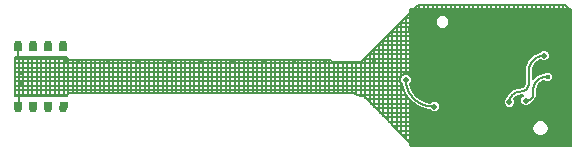
<source format=gbl>
G75*
%MOIN*%
%OFA0B0*%
%FSLAX25Y25*%
%IPPOS*%
%LPD*%
%AMOC8*
5,1,8,0,0,1.08239X$1,22.5*
%
%ADD10R,0.02992X0.02000*%
%ADD11C,0.03012*%
%ADD12C,0.01587*%
%ADD13C,0.00600*%
%ADD14C,0.00800*%
%ADD15C,0.02000*%
D10*
X0057391Y0069727D03*
X0062391Y0069727D03*
X0067391Y0069727D03*
X0072430Y0069727D03*
X0072391Y0088604D03*
X0067391Y0088604D03*
X0062391Y0088523D03*
X0057391Y0088604D03*
D11*
X0057384Y0068732D03*
X0062384Y0068732D03*
X0067384Y0068732D03*
X0072384Y0068732D03*
X0072384Y0089599D03*
X0067384Y0089599D03*
X0062384Y0089599D03*
X0057384Y0089599D03*
D12*
X0073250Y0084766D03*
X0077250Y0084166D03*
X0087250Y0084166D03*
X0096750Y0084166D03*
X0107750Y0084166D03*
X0118250Y0084166D03*
X0128750Y0084166D03*
X0139150Y0084166D03*
X0149250Y0084166D03*
X0159550Y0084166D03*
X0175750Y0084266D03*
X0188250Y0088266D03*
X0192250Y0092266D03*
X0187750Y0094766D03*
X0195750Y0088766D03*
X0203250Y0087566D03*
X0207250Y0092266D03*
X0215150Y0092466D03*
X0221250Y0092266D03*
X0230250Y0092266D03*
X0218850Y0087766D03*
X0212950Y0087666D03*
X0207250Y0079266D03*
X0198750Y0079266D03*
X0218250Y0078766D03*
X0223550Y0079266D03*
X0231250Y0075266D03*
X0233750Y0078966D03*
X0215250Y0068366D03*
X0207250Y0068266D03*
X0199750Y0070266D03*
X0222750Y0067266D03*
X0057750Y0076766D03*
X0057750Y0080266D03*
D13*
X0056250Y0080666D02*
X0226250Y0080666D01*
X0226250Y0080569D02*
X0188050Y0080569D01*
X0188050Y0081167D02*
X0226250Y0081167D01*
X0226250Y0081766D02*
X0188050Y0081766D01*
X0188050Y0082364D02*
X0226250Y0082364D01*
X0226250Y0082419D02*
X0226250Y0077166D01*
X0226192Y0076726D01*
X0225752Y0075963D01*
X0224990Y0075523D01*
X0224550Y0075466D01*
X0223595Y0075466D01*
X0221831Y0074735D01*
X0220481Y0073385D01*
X0220481Y0073385D01*
X0220481Y0073385D01*
X0221831Y0074735D01*
X0221831Y0074735D01*
X0221831Y0074735D01*
X0223595Y0075466D01*
X0224550Y0075466D01*
X0224990Y0075523D01*
X0225752Y0075963D01*
X0226192Y0076726D01*
X0226250Y0077166D01*
X0226250Y0082419D01*
X0227209Y0084734D01*
X0226250Y0082419D01*
X0226250Y0082166D02*
X0056250Y0082166D01*
X0056250Y0083666D02*
X0226766Y0083666D01*
X0226723Y0083561D02*
X0188050Y0083561D01*
X0188050Y0082963D02*
X0226475Y0082963D01*
X0226971Y0084160D02*
X0188050Y0084160D01*
X0188050Y0084758D02*
X0227233Y0084758D01*
X0227209Y0084734D02*
X0227209Y0084734D01*
X0227209Y0084734D01*
X0228981Y0086506D01*
X0231068Y0087371D01*
X0231763Y0088066D01*
X0233337Y0088066D01*
X0234450Y0086953D01*
X0234450Y0085379D01*
X0233337Y0084266D01*
X0231763Y0084266D01*
X0231408Y0084620D01*
X0230494Y0084242D01*
X0229474Y0083221D01*
X0228921Y0081887D01*
X0229474Y0083221D01*
X0230494Y0084242D01*
X0231408Y0084620D01*
X0231763Y0084266D01*
X0233337Y0084266D01*
X0234450Y0085379D01*
X0234450Y0086953D01*
X0233337Y0088066D01*
X0231763Y0088066D01*
X0231068Y0087371D01*
X0228981Y0086506D01*
X0227209Y0084734D01*
X0227050Y0084350D02*
X0227050Y0103166D01*
X0225550Y0103166D02*
X0225550Y0075847D01*
X0225436Y0075781D02*
X0188224Y0075781D01*
X0188099Y0076166D02*
X0225869Y0076166D01*
X0225992Y0076379D02*
X0188050Y0076379D01*
X0188050Y0076318D02*
X0188050Y0076979D01*
X0188450Y0077379D01*
X0188450Y0078953D01*
X0188050Y0079353D01*
X0188050Y0101666D01*
X0241550Y0101666D01*
X0241550Y0056166D01*
X0188088Y0056166D01*
X0188050Y0056195D01*
X0188050Y0071135D01*
X0188248Y0070863D01*
X0190862Y0068964D01*
X0193934Y0067966D01*
X0194563Y0067966D01*
X0195263Y0067266D01*
X0196837Y0067266D01*
X0197950Y0068379D01*
X0197950Y0069953D01*
X0196837Y0071066D01*
X0195263Y0071066D01*
X0194635Y0070438D01*
X0194330Y0070462D01*
X0192009Y0071216D01*
X0190035Y0072650D01*
X0188600Y0074624D01*
X0188050Y0076318D01*
X0188050Y0076979D01*
X0188050Y0076978D02*
X0226225Y0076978D01*
X0226250Y0077576D02*
X0188450Y0077576D01*
X0188450Y0077666D02*
X0226250Y0077666D01*
X0226250Y0078175D02*
X0188450Y0078175D01*
X0188450Y0078773D02*
X0226250Y0078773D01*
X0226250Y0079166D02*
X0188237Y0079166D01*
X0188050Y0079353D02*
X0188050Y0100666D01*
X0188050Y0100918D02*
X0241550Y0100918D01*
X0241550Y0101166D02*
X0241550Y0056166D01*
X0189050Y0056166D01*
X0172550Y0072666D01*
X0171460Y0072666D01*
X0171409Y0072714D01*
X0168811Y0073763D01*
X0168811Y0073763D01*
X0167432Y0073763D01*
X0074238Y0073763D01*
X0073535Y0073060D01*
X0073535Y0072666D01*
X0056250Y0072666D01*
X0056250Y0085666D01*
X0073535Y0085666D01*
X0073535Y0085452D01*
X0074238Y0084749D01*
X0161467Y0084749D01*
X0162050Y0084166D01*
X0171550Y0084166D01*
X0171550Y0072666D01*
X0171409Y0072714D02*
X0171409Y0072714D01*
X0170291Y0073166D02*
X0186575Y0073166D01*
X0186550Y0073200D02*
X0186550Y0058666D01*
X0187050Y0058166D02*
X0241550Y0058166D01*
X0241550Y0058424D02*
X0188050Y0058424D01*
X0188050Y0059022D02*
X0241550Y0059022D01*
X0241550Y0059621D02*
X0232772Y0059621D01*
X0232880Y0059666D02*
X0241550Y0059666D01*
X0241550Y0060219D02*
X0233447Y0060219D01*
X0233653Y0060426D02*
X0234060Y0061408D01*
X0234060Y0062471D01*
X0233653Y0063453D01*
X0232902Y0064204D01*
X0231920Y0064611D01*
X0230857Y0064611D01*
X0229875Y0064204D01*
X0229124Y0063453D01*
X0228717Y0062471D01*
X0228717Y0061408D01*
X0229124Y0060426D01*
X0229875Y0059675D01*
X0230857Y0059268D01*
X0231920Y0059268D01*
X0232902Y0059675D01*
X0233653Y0060426D01*
X0234060Y0061408D01*
X0234060Y0062471D01*
X0233653Y0063453D01*
X0232902Y0064204D01*
X0231920Y0064611D01*
X0230857Y0064611D01*
X0229875Y0064204D01*
X0229124Y0063453D01*
X0228717Y0062471D01*
X0228717Y0061408D01*
X0229124Y0060426D01*
X0229875Y0059675D01*
X0230857Y0059268D01*
X0231920Y0059268D01*
X0232902Y0059675D01*
X0233653Y0060426D01*
X0233816Y0060818D02*
X0241550Y0060818D01*
X0241550Y0061166D02*
X0233960Y0061166D01*
X0234060Y0061416D02*
X0241550Y0061416D01*
X0241550Y0062015D02*
X0234060Y0062015D01*
X0234001Y0062613D02*
X0241550Y0062613D01*
X0241550Y0062666D02*
X0233980Y0062666D01*
X0233753Y0063212D02*
X0241550Y0063212D01*
X0241550Y0063810D02*
X0233296Y0063810D01*
X0233050Y0064056D02*
X0233050Y0077272D01*
X0233048Y0077272D02*
X0234452Y0077272D01*
X0235444Y0078264D01*
X0235444Y0079667D01*
X0234452Y0080659D01*
X0233048Y0080659D01*
X0232655Y0080266D01*
X0231836Y0080266D01*
X0229961Y0079489D01*
X0228850Y0078378D01*
X0228850Y0081166D01*
X0228921Y0081887D01*
X0228850Y0081166D01*
X0228850Y0078378D01*
X0229961Y0079489D01*
X0229961Y0079489D01*
X0229961Y0079489D01*
X0231836Y0080266D01*
X0232655Y0080266D01*
X0233048Y0080659D01*
X0234452Y0080659D01*
X0235444Y0079667D01*
X0235444Y0078264D01*
X0234452Y0077272D01*
X0233048Y0077272D01*
X0232672Y0077648D01*
X0232362Y0077618D01*
X0231461Y0077244D01*
X0230771Y0076554D01*
X0230398Y0075653D01*
X0230771Y0076554D01*
X0231461Y0077244D01*
X0232362Y0077618D01*
X0232672Y0077648D01*
X0233048Y0077272D01*
X0232744Y0077576D02*
X0232263Y0077576D01*
X0231550Y0077281D02*
X0231550Y0064611D01*
X0232408Y0064409D02*
X0241550Y0064409D01*
X0241550Y0064166D02*
X0232941Y0064166D01*
X0230369Y0064409D02*
X0188050Y0064409D01*
X0188050Y0065008D02*
X0241550Y0065008D01*
X0241550Y0065606D02*
X0188050Y0065606D01*
X0188050Y0066205D02*
X0241550Y0066205D01*
X0241550Y0065666D02*
X0179550Y0065666D01*
X0179050Y0066166D02*
X0179050Y0091666D01*
X0178550Y0091166D02*
X0241550Y0091166D01*
X0241550Y0091342D02*
X0188050Y0091342D01*
X0188050Y0090743D02*
X0241550Y0090743D01*
X0241550Y0090145D02*
X0188050Y0090145D01*
X0188050Y0089546D02*
X0241550Y0089546D01*
X0241550Y0089666D02*
X0177050Y0089666D01*
X0177550Y0090166D02*
X0177550Y0067666D01*
X0178050Y0067166D02*
X0241550Y0067166D01*
X0241550Y0067402D02*
X0196973Y0067402D01*
X0197050Y0067479D02*
X0197050Y0056166D01*
X0195550Y0056166D02*
X0195550Y0067266D01*
X0195263Y0067266D02*
X0196837Y0067266D01*
X0197950Y0068379D01*
X0197950Y0069953D01*
X0196837Y0071066D01*
X0195263Y0071066D01*
X0194635Y0070438D01*
X0194330Y0070462D01*
X0192009Y0071216D01*
X0190035Y0072650D01*
X0188600Y0074624D01*
X0187888Y0076816D01*
X0188450Y0077379D01*
X0188450Y0078953D01*
X0187337Y0080066D01*
X0185763Y0080066D01*
X0184650Y0078953D01*
X0184650Y0077379D01*
X0185350Y0076679D01*
X0185350Y0076550D01*
X0186348Y0073477D01*
X0188248Y0070863D01*
X0188248Y0070863D01*
X0188248Y0070863D01*
X0190862Y0068964D01*
X0190862Y0068964D01*
X0193934Y0067966D01*
X0194563Y0067966D01*
X0195263Y0067266D01*
X0195127Y0067402D02*
X0188050Y0067402D01*
X0188050Y0068000D02*
X0193828Y0068000D01*
X0194050Y0067966D02*
X0194050Y0056166D01*
X0192550Y0056166D02*
X0192550Y0068415D01*
X0191986Y0068599D02*
X0188050Y0068599D01*
X0188050Y0069197D02*
X0190541Y0069197D01*
X0190862Y0068964D02*
X0190862Y0068964D01*
X0191050Y0068903D02*
X0191050Y0056166D01*
X0189550Y0056166D02*
X0189550Y0069917D01*
X0189717Y0069796D02*
X0188050Y0069796D01*
X0188050Y0070394D02*
X0188893Y0070394D01*
X0189208Y0070166D02*
X0175050Y0070166D01*
X0174550Y0070666D02*
X0174550Y0087166D01*
X0174050Y0086666D02*
X0229366Y0086666D01*
X0229096Y0086554D02*
X0188050Y0086554D01*
X0188050Y0087152D02*
X0230541Y0087152D01*
X0230050Y0086949D02*
X0230050Y0103166D01*
X0228550Y0103166D02*
X0228550Y0086075D01*
X0228430Y0085955D02*
X0188050Y0085955D01*
X0188050Y0085357D02*
X0227832Y0085357D01*
X0227640Y0085166D02*
X0172550Y0085166D01*
X0173050Y0085666D02*
X0173050Y0072166D01*
X0173550Y0071666D02*
X0187665Y0071666D01*
X0188050Y0071135D02*
X0188050Y0057166D01*
X0188050Y0057227D02*
X0241550Y0057227D01*
X0241550Y0056666D02*
X0188550Y0056666D01*
X0188050Y0056628D02*
X0241550Y0056628D01*
X0240550Y0056166D02*
X0240550Y0102166D01*
X0241050Y0101666D02*
X0189050Y0101666D01*
X0189550Y0102166D02*
X0189550Y0073317D01*
X0189499Y0073387D02*
X0220483Y0073387D01*
X0220481Y0073385D02*
X0220056Y0072358D01*
X0219150Y0071453D01*
X0219150Y0069879D01*
X0220263Y0068766D01*
X0221837Y0068766D01*
X0222950Y0069879D01*
X0222950Y0071453D01*
X0222660Y0071742D01*
X0222721Y0071888D01*
X0223328Y0072495D01*
X0224121Y0072823D01*
X0224550Y0072866D01*
X0225563Y0072866D01*
X0224650Y0071953D01*
X0224650Y0070379D01*
X0225763Y0069266D01*
X0227337Y0069266D01*
X0228441Y0070369D01*
X0229332Y0070884D01*
X0230350Y0072647D01*
X0230350Y0075166D01*
X0230398Y0075653D01*
X0230350Y0075166D01*
X0230350Y0072647D01*
X0229332Y0070884D01*
X0229332Y0070884D01*
X0229332Y0070884D01*
X0229332Y0070884D01*
X0229332Y0070884D01*
X0228441Y0070369D01*
X0227337Y0069266D01*
X0225763Y0069266D01*
X0224650Y0070379D01*
X0224650Y0071953D01*
X0225563Y0072866D01*
X0224550Y0072866D01*
X0224121Y0072823D01*
X0223328Y0072495D01*
X0222721Y0071888D01*
X0222660Y0071742D01*
X0222950Y0071453D01*
X0222950Y0069879D01*
X0221837Y0068766D01*
X0220263Y0068766D01*
X0219150Y0069879D01*
X0219150Y0071453D01*
X0220056Y0072358D01*
X0220481Y0073385D01*
X0220390Y0073166D02*
X0189660Y0073166D01*
X0189934Y0072788D02*
X0220234Y0072788D01*
X0219887Y0072190D02*
X0190668Y0072190D01*
X0191050Y0071912D02*
X0191050Y0103166D01*
X0190550Y0103166D02*
X0239550Y0103166D01*
X0241550Y0101166D01*
X0241550Y0101517D02*
X0188050Y0101517D01*
X0188050Y0100320D02*
X0241550Y0100320D01*
X0241550Y0100166D02*
X0187550Y0100166D01*
X0188050Y0099721D02*
X0241550Y0099721D01*
X0241550Y0099123D02*
X0200183Y0099123D01*
X0200050Y0099256D02*
X0200050Y0103166D01*
X0198550Y0103166D02*
X0198550Y0099651D01*
X0197768Y0099651D02*
X0196433Y0098316D01*
X0196433Y0096429D01*
X0197768Y0095095D01*
X0199655Y0095095D01*
X0200989Y0096429D01*
X0200989Y0098316D01*
X0199655Y0099651D01*
X0197768Y0099651D01*
X0196433Y0098316D01*
X0196433Y0096429D01*
X0197768Y0095095D01*
X0199655Y0095095D01*
X0200989Y0096429D01*
X0200989Y0098316D01*
X0199655Y0099651D01*
X0197768Y0099651D01*
X0197240Y0099123D02*
X0188050Y0099123D01*
X0188050Y0098524D02*
X0196641Y0098524D01*
X0196783Y0098666D02*
X0186050Y0098666D01*
X0186550Y0099166D02*
X0186550Y0080066D01*
X0188050Y0079970D02*
X0226250Y0079970D01*
X0226250Y0079372D02*
X0188050Y0079372D01*
X0185050Y0079353D02*
X0185050Y0097666D01*
X0184550Y0097166D02*
X0196433Y0097166D01*
X0196433Y0097327D02*
X0188050Y0097327D01*
X0188050Y0096729D02*
X0196433Y0096729D01*
X0196732Y0096130D02*
X0188050Y0096130D01*
X0188050Y0095532D02*
X0197331Y0095532D01*
X0197197Y0095666D02*
X0183050Y0095666D01*
X0183550Y0096166D02*
X0183550Y0061666D01*
X0184050Y0061166D02*
X0228817Y0061166D01*
X0228717Y0061416D02*
X0188050Y0061416D01*
X0188050Y0060818D02*
X0228961Y0060818D01*
X0229330Y0060219D02*
X0188050Y0060219D01*
X0188050Y0059621D02*
X0230005Y0059621D01*
X0230050Y0059602D02*
X0230050Y0056166D01*
X0228550Y0056166D02*
X0228550Y0070432D01*
X0228484Y0070394D02*
X0241550Y0070394D01*
X0241550Y0070166D02*
X0228237Y0070166D01*
X0227867Y0069796D02*
X0241550Y0069796D01*
X0241550Y0069197D02*
X0222269Y0069197D01*
X0222550Y0069479D02*
X0222550Y0056166D01*
X0224050Y0056166D02*
X0224050Y0072794D01*
X0224036Y0072788D02*
X0225486Y0072788D01*
X0225550Y0072853D02*
X0225550Y0072866D01*
X0224887Y0072190D02*
X0223023Y0072190D01*
X0222737Y0071666D02*
X0224650Y0071666D01*
X0224650Y0071591D02*
X0222811Y0071591D01*
X0222950Y0070993D02*
X0224650Y0070993D01*
X0224650Y0070394D02*
X0222950Y0070394D01*
X0222950Y0070166D02*
X0224863Y0070166D01*
X0225233Y0069796D02*
X0222867Y0069796D01*
X0221050Y0068766D02*
X0221050Y0056166D01*
X0219550Y0056166D02*
X0219550Y0069479D01*
X0219831Y0069197D02*
X0197950Y0069197D01*
X0197950Y0068666D02*
X0241550Y0068666D01*
X0241550Y0068599D02*
X0197950Y0068599D01*
X0197571Y0068000D02*
X0241550Y0068000D01*
X0241550Y0066803D02*
X0188050Y0066803D01*
X0191780Y0068666D02*
X0176550Y0068666D01*
X0176050Y0069166D02*
X0176050Y0088666D01*
X0175550Y0088166D02*
X0241550Y0088166D01*
X0241550Y0088349D02*
X0188050Y0088349D01*
X0188050Y0087751D02*
X0231448Y0087751D01*
X0231550Y0087853D02*
X0231550Y0103166D01*
X0233050Y0103166D02*
X0233050Y0088066D01*
X0233652Y0087751D02*
X0241550Y0087751D01*
X0241550Y0087152D02*
X0234250Y0087152D01*
X0234450Y0086666D02*
X0241550Y0086666D01*
X0241550Y0086554D02*
X0234450Y0086554D01*
X0234450Y0085955D02*
X0241550Y0085955D01*
X0241550Y0085357D02*
X0234428Y0085357D01*
X0234237Y0085166D02*
X0241550Y0085166D01*
X0241550Y0084758D02*
X0233830Y0084758D01*
X0233050Y0084266D02*
X0233050Y0080659D01*
X0232958Y0080569D02*
X0228850Y0080569D01*
X0228850Y0080666D02*
X0241550Y0080666D01*
X0241550Y0080569D02*
X0234542Y0080569D01*
X0234550Y0080561D02*
X0234550Y0103166D01*
X0236050Y0103166D02*
X0236050Y0056166D01*
X0234550Y0056166D02*
X0234550Y0077370D01*
X0234756Y0077576D02*
X0241550Y0077576D01*
X0241550Y0077666D02*
X0234845Y0077666D01*
X0235354Y0078175D02*
X0241550Y0078175D01*
X0241550Y0078773D02*
X0235444Y0078773D01*
X0235444Y0079166D02*
X0241550Y0079166D01*
X0241550Y0079372D02*
X0235444Y0079372D01*
X0235141Y0079970D02*
X0241550Y0079970D01*
X0241550Y0081167D02*
X0228850Y0081167D01*
X0228909Y0081766D02*
X0241550Y0081766D01*
X0241550Y0082166D02*
X0229036Y0082166D01*
X0229119Y0082364D02*
X0241550Y0082364D01*
X0241550Y0082963D02*
X0229367Y0082963D01*
X0229814Y0083561D02*
X0241550Y0083561D01*
X0241550Y0083666D02*
X0229918Y0083666D01*
X0230050Y0083798D02*
X0230050Y0079526D01*
X0229844Y0079372D02*
X0228850Y0079372D01*
X0228850Y0079166D02*
X0229638Y0079166D01*
X0229245Y0078773D02*
X0228850Y0078773D01*
X0228850Y0079970D02*
X0231123Y0079970D01*
X0231550Y0080147D02*
X0231550Y0084479D01*
X0230412Y0084160D02*
X0241550Y0084160D01*
X0241550Y0088948D02*
X0188050Y0088948D01*
X0188050Y0091941D02*
X0241550Y0091941D01*
X0241550Y0092539D02*
X0188050Y0092539D01*
X0188050Y0093138D02*
X0241550Y0093138D01*
X0241550Y0092666D02*
X0180050Y0092666D01*
X0180550Y0093166D02*
X0180550Y0064666D01*
X0181050Y0064166D02*
X0229836Y0064166D01*
X0230050Y0064277D02*
X0230050Y0072128D01*
X0230086Y0072190D02*
X0241550Y0072190D01*
X0241550Y0071666D02*
X0229783Y0071666D01*
X0229740Y0071591D02*
X0241550Y0071591D01*
X0241550Y0070993D02*
X0229395Y0070993D01*
X0227050Y0069266D02*
X0227050Y0056166D01*
X0225550Y0056166D02*
X0225550Y0069479D01*
X0219233Y0069796D02*
X0197950Y0069796D01*
X0197737Y0070166D02*
X0219150Y0070166D01*
X0219150Y0070394D02*
X0197508Y0070394D01*
X0197050Y0070853D02*
X0197050Y0095813D01*
X0198550Y0095095D02*
X0198550Y0056166D01*
X0200050Y0056166D02*
X0200050Y0095490D01*
X0200092Y0095532D02*
X0241550Y0095532D01*
X0241550Y0095666D02*
X0200226Y0095666D01*
X0200690Y0096130D02*
X0241550Y0096130D01*
X0241550Y0096729D02*
X0200989Y0096729D01*
X0200989Y0097166D02*
X0241550Y0097166D01*
X0241550Y0097327D02*
X0200989Y0097327D01*
X0200989Y0097926D02*
X0241550Y0097926D01*
X0241550Y0098524D02*
X0200781Y0098524D01*
X0200640Y0098666D02*
X0241550Y0098666D01*
X0241550Y0094933D02*
X0188050Y0094933D01*
X0188050Y0094335D02*
X0241550Y0094335D01*
X0241550Y0094166D02*
X0181550Y0094166D01*
X0182050Y0094666D02*
X0182050Y0063166D01*
X0182550Y0062666D02*
X0228798Y0062666D01*
X0228776Y0062613D02*
X0188050Y0062613D01*
X0188050Y0062015D02*
X0228717Y0062015D01*
X0229024Y0063212D02*
X0188050Y0063212D01*
X0188050Y0063810D02*
X0229481Y0063810D01*
X0229897Y0059666D02*
X0185550Y0059666D01*
X0185050Y0060166D02*
X0185050Y0076979D01*
X0184650Y0077666D02*
X0056250Y0077666D01*
X0056250Y0079166D02*
X0184863Y0079166D01*
X0185475Y0076166D02*
X0056250Y0076166D01*
X0056250Y0074666D02*
X0185962Y0074666D01*
X0186348Y0073477D02*
X0186348Y0073477D01*
X0188587Y0074666D02*
X0221762Y0074666D01*
X0221680Y0074584D02*
X0188630Y0074584D01*
X0188419Y0075182D02*
X0222911Y0075182D01*
X0222550Y0075033D02*
X0222550Y0103166D01*
X0224050Y0103166D02*
X0224050Y0075466D01*
X0221081Y0073985D02*
X0189065Y0073985D01*
X0191390Y0071666D02*
X0219363Y0071666D01*
X0219289Y0071591D02*
X0191492Y0071591D01*
X0192550Y0071040D02*
X0192550Y0103166D01*
X0194050Y0103166D02*
X0194050Y0070552D01*
X0195190Y0070993D02*
X0192695Y0070993D01*
X0195550Y0071066D02*
X0195550Y0103166D01*
X0197050Y0103166D02*
X0197050Y0098933D01*
X0196433Y0097926D02*
X0188050Y0097926D01*
X0188050Y0093736D02*
X0241550Y0093736D01*
X0228981Y0086506D02*
X0228981Y0086506D01*
X0231195Y0076978D02*
X0241550Y0076978D01*
X0241550Y0076379D02*
X0230699Y0076379D01*
X0230610Y0076166D02*
X0241550Y0076166D01*
X0241550Y0075781D02*
X0230451Y0075781D01*
X0230352Y0075182D02*
X0241550Y0075182D01*
X0241550Y0074666D02*
X0230350Y0074666D01*
X0230350Y0074584D02*
X0241550Y0074584D01*
X0241550Y0073985D02*
X0230350Y0073985D01*
X0230350Y0073387D02*
X0241550Y0073387D01*
X0241550Y0073166D02*
X0230350Y0073166D01*
X0230350Y0072788D02*
X0241550Y0072788D01*
X0221050Y0073954D02*
X0221050Y0103166D01*
X0219550Y0103166D02*
X0219550Y0071853D01*
X0219150Y0070993D02*
X0196910Y0070993D01*
X0196050Y0069166D02*
X0195550Y0069166D01*
X0188248Y0070863D02*
X0188248Y0070863D01*
X0188154Y0070993D02*
X0188050Y0070993D01*
X0186550Y0078166D02*
X0186553Y0077949D01*
X0186561Y0077731D01*
X0186574Y0077514D01*
X0186592Y0077297D01*
X0186616Y0077081D01*
X0186644Y0076866D01*
X0186678Y0076651D01*
X0186718Y0076437D01*
X0186762Y0076224D01*
X0186812Y0076012D01*
X0186866Y0075802D01*
X0186926Y0075592D01*
X0186990Y0075385D01*
X0187060Y0075179D01*
X0187135Y0074975D01*
X0187214Y0074772D01*
X0187299Y0074572D01*
X0187388Y0074373D01*
X0187482Y0074177D01*
X0187581Y0073983D01*
X0187684Y0073792D01*
X0187792Y0073603D01*
X0187905Y0073417D01*
X0188022Y0073234D01*
X0188143Y0073053D01*
X0188269Y0072876D01*
X0188399Y0072702D01*
X0188533Y0072530D01*
X0188671Y0072362D01*
X0188813Y0072198D01*
X0188960Y0072037D01*
X0189110Y0071879D01*
X0189263Y0071726D01*
X0189421Y0071576D01*
X0189582Y0071429D01*
X0189746Y0071287D01*
X0189914Y0071149D01*
X0190086Y0071015D01*
X0190260Y0070885D01*
X0190437Y0070759D01*
X0190618Y0070638D01*
X0190801Y0070521D01*
X0190987Y0070408D01*
X0191176Y0070300D01*
X0191367Y0070197D01*
X0191561Y0070098D01*
X0191757Y0070004D01*
X0191956Y0069915D01*
X0192156Y0069830D01*
X0192359Y0069751D01*
X0192563Y0069676D01*
X0192769Y0069606D01*
X0192976Y0069542D01*
X0193186Y0069482D01*
X0193396Y0069428D01*
X0193608Y0069378D01*
X0193821Y0069334D01*
X0194035Y0069294D01*
X0194250Y0069260D01*
X0194465Y0069232D01*
X0194681Y0069208D01*
X0194898Y0069190D01*
X0195115Y0069177D01*
X0195333Y0069169D01*
X0195550Y0069166D01*
X0170050Y0073263D02*
X0170050Y0084166D01*
X0168550Y0084166D02*
X0168550Y0073763D01*
X0167050Y0073763D02*
X0167050Y0084166D01*
X0165550Y0084166D02*
X0165550Y0073763D01*
X0164050Y0073763D02*
X0164050Y0084166D01*
X0162550Y0084166D02*
X0162550Y0073763D01*
X0161050Y0073763D02*
X0161050Y0084749D01*
X0159550Y0084749D02*
X0159550Y0073763D01*
X0158050Y0073763D02*
X0158050Y0084749D01*
X0156550Y0084749D02*
X0156550Y0073763D01*
X0155050Y0073763D02*
X0155050Y0084749D01*
X0153550Y0084749D02*
X0153550Y0073763D01*
X0152050Y0073763D02*
X0152050Y0084749D01*
X0150550Y0084749D02*
X0150550Y0073763D01*
X0149050Y0073763D02*
X0149050Y0084749D01*
X0147550Y0084749D02*
X0147550Y0073763D01*
X0146050Y0073763D02*
X0146050Y0084749D01*
X0144550Y0084749D02*
X0144550Y0073763D01*
X0143050Y0073763D02*
X0143050Y0084749D01*
X0141550Y0084749D02*
X0141550Y0073763D01*
X0140050Y0073763D02*
X0140050Y0084749D01*
X0138550Y0084749D02*
X0138550Y0073763D01*
X0137050Y0073763D02*
X0137050Y0084749D01*
X0135550Y0084749D02*
X0135550Y0073763D01*
X0134050Y0073763D02*
X0134050Y0084749D01*
X0132550Y0084749D02*
X0132550Y0073763D01*
X0131050Y0073763D02*
X0131050Y0084749D01*
X0129550Y0084749D02*
X0129550Y0073763D01*
X0128050Y0073763D02*
X0128050Y0084749D01*
X0126550Y0084749D02*
X0126550Y0073763D01*
X0125050Y0073763D02*
X0125050Y0084749D01*
X0123550Y0084749D02*
X0123550Y0073763D01*
X0122050Y0073763D02*
X0122050Y0084749D01*
X0120550Y0084749D02*
X0120550Y0073763D01*
X0119050Y0073763D02*
X0119050Y0084749D01*
X0117550Y0084749D02*
X0117550Y0073763D01*
X0116050Y0073763D02*
X0116050Y0084749D01*
X0114550Y0084749D02*
X0114550Y0073763D01*
X0113050Y0073763D02*
X0113050Y0084749D01*
X0111550Y0084749D02*
X0111550Y0073763D01*
X0110050Y0073763D02*
X0110050Y0084749D01*
X0108550Y0084749D02*
X0108550Y0073763D01*
X0107050Y0073763D02*
X0107050Y0084749D01*
X0105550Y0084749D02*
X0105550Y0073763D01*
X0104050Y0073763D02*
X0104050Y0084749D01*
X0102550Y0084749D02*
X0102550Y0073763D01*
X0101050Y0073763D02*
X0101050Y0084749D01*
X0099550Y0084749D02*
X0099550Y0073763D01*
X0098050Y0073763D02*
X0098050Y0084749D01*
X0096550Y0084749D02*
X0096550Y0073763D01*
X0095050Y0073763D02*
X0095050Y0084749D01*
X0093550Y0084749D02*
X0093550Y0073763D01*
X0092050Y0073763D02*
X0092050Y0084749D01*
X0090550Y0084749D02*
X0090550Y0073763D01*
X0089050Y0073763D02*
X0089050Y0084749D01*
X0087550Y0084749D02*
X0087550Y0073763D01*
X0086050Y0073763D02*
X0086050Y0084749D01*
X0084550Y0084749D02*
X0084550Y0073763D01*
X0083050Y0073763D02*
X0083050Y0084749D01*
X0081550Y0084749D02*
X0081550Y0073763D01*
X0080050Y0073763D02*
X0080050Y0084749D01*
X0078550Y0084749D02*
X0078550Y0073763D01*
X0077050Y0073763D02*
X0077050Y0084749D01*
X0075550Y0084749D02*
X0075550Y0073763D01*
X0074050Y0073575D02*
X0074050Y0084937D01*
X0073821Y0085166D02*
X0056250Y0085166D01*
X0057550Y0085666D02*
X0057550Y0072666D01*
X0057476Y0073191D02*
X0057476Y0070321D01*
X0059050Y0072666D02*
X0059050Y0085666D01*
X0060550Y0085666D02*
X0060550Y0072666D01*
X0062050Y0072666D02*
X0062050Y0085666D01*
X0063550Y0085666D02*
X0063550Y0072666D01*
X0065050Y0072666D02*
X0065050Y0085666D01*
X0066550Y0085666D02*
X0066550Y0072666D01*
X0068050Y0072666D02*
X0068050Y0085666D01*
X0069550Y0085666D02*
X0069550Y0072666D01*
X0071050Y0072666D02*
X0071050Y0085666D01*
X0072550Y0085666D02*
X0072550Y0072666D01*
X0073640Y0073166D02*
X0056250Y0073166D01*
X0171550Y0084166D02*
X0190550Y0103166D01*
X0201550Y0103166D02*
X0201550Y0056166D01*
X0203050Y0056166D02*
X0203050Y0103166D01*
X0204550Y0103166D02*
X0204550Y0056166D01*
X0206050Y0056166D02*
X0206050Y0103166D01*
X0207550Y0103166D02*
X0207550Y0056166D01*
X0209050Y0056166D02*
X0209050Y0103166D01*
X0210550Y0103166D02*
X0210550Y0056166D01*
X0212050Y0056166D02*
X0212050Y0103166D01*
X0213550Y0103166D02*
X0213550Y0056166D01*
X0215050Y0056166D02*
X0215050Y0103166D01*
X0216550Y0103166D02*
X0216550Y0056166D01*
X0218050Y0056166D02*
X0218050Y0103166D01*
X0237550Y0103166D02*
X0237550Y0056166D01*
X0239050Y0056166D02*
X0239050Y0103166D01*
X0233050Y0059823D02*
X0233050Y0056166D01*
X0231550Y0056166D02*
X0231550Y0059268D01*
X0241550Y0057825D02*
X0188050Y0057825D01*
D14*
X0221050Y0070666D02*
X0221052Y0070783D01*
X0221058Y0070900D01*
X0221068Y0071016D01*
X0221081Y0071133D01*
X0221099Y0071248D01*
X0221120Y0071363D01*
X0221145Y0071477D01*
X0221174Y0071591D01*
X0221207Y0071703D01*
X0221244Y0071814D01*
X0221284Y0071924D01*
X0221328Y0072032D01*
X0221375Y0072139D01*
X0221426Y0072245D01*
X0221481Y0072348D01*
X0221539Y0072450D01*
X0221600Y0072549D01*
X0221664Y0072647D01*
X0221732Y0072742D01*
X0221803Y0072835D01*
X0221877Y0072926D01*
X0221954Y0073014D01*
X0222034Y0073099D01*
X0222117Y0073182D01*
X0222202Y0073262D01*
X0222290Y0073339D01*
X0222381Y0073413D01*
X0222474Y0073484D01*
X0222569Y0073552D01*
X0222667Y0073616D01*
X0222766Y0073677D01*
X0222868Y0073735D01*
X0222971Y0073790D01*
X0223077Y0073841D01*
X0223184Y0073888D01*
X0223292Y0073932D01*
X0223402Y0073972D01*
X0223513Y0074009D01*
X0223625Y0074042D01*
X0223739Y0074071D01*
X0223853Y0074096D01*
X0223968Y0074117D01*
X0224083Y0074135D01*
X0224200Y0074148D01*
X0224316Y0074158D01*
X0224433Y0074164D01*
X0224550Y0074166D01*
X0226550Y0071166D02*
X0226648Y0071168D01*
X0226746Y0071174D01*
X0226844Y0071183D01*
X0226941Y0071197D01*
X0227038Y0071214D01*
X0227134Y0071235D01*
X0227229Y0071260D01*
X0227323Y0071288D01*
X0227415Y0071321D01*
X0227507Y0071356D01*
X0227597Y0071396D01*
X0227685Y0071438D01*
X0227772Y0071485D01*
X0227856Y0071534D01*
X0227939Y0071587D01*
X0228019Y0071643D01*
X0228098Y0071703D01*
X0228174Y0071765D01*
X0228247Y0071830D01*
X0228318Y0071898D01*
X0228386Y0071969D01*
X0228451Y0072042D01*
X0228513Y0072118D01*
X0228573Y0072197D01*
X0228629Y0072277D01*
X0228682Y0072360D01*
X0228731Y0072444D01*
X0228778Y0072531D01*
X0228820Y0072619D01*
X0228860Y0072709D01*
X0228895Y0072801D01*
X0228928Y0072893D01*
X0228956Y0072987D01*
X0228981Y0073082D01*
X0229002Y0073178D01*
X0229019Y0073275D01*
X0229033Y0073372D01*
X0229042Y0073470D01*
X0229048Y0073568D01*
X0229050Y0073666D01*
X0229050Y0075166D01*
X0227550Y0077166D02*
X0227550Y0081166D01*
X0227552Y0081306D01*
X0227558Y0081446D01*
X0227568Y0081586D01*
X0227581Y0081726D01*
X0227599Y0081865D01*
X0227621Y0082004D01*
X0227646Y0082141D01*
X0227675Y0082279D01*
X0227708Y0082415D01*
X0227745Y0082550D01*
X0227786Y0082684D01*
X0227831Y0082817D01*
X0227879Y0082949D01*
X0227931Y0083079D01*
X0227986Y0083208D01*
X0228045Y0083335D01*
X0228108Y0083461D01*
X0228174Y0083585D01*
X0228243Y0083706D01*
X0228316Y0083826D01*
X0228393Y0083944D01*
X0228472Y0084059D01*
X0228555Y0084173D01*
X0228641Y0084283D01*
X0228730Y0084392D01*
X0228822Y0084498D01*
X0228917Y0084601D01*
X0229014Y0084702D01*
X0229115Y0084799D01*
X0229218Y0084894D01*
X0229324Y0084986D01*
X0229433Y0085075D01*
X0229543Y0085161D01*
X0229657Y0085244D01*
X0229772Y0085323D01*
X0229890Y0085400D01*
X0230010Y0085473D01*
X0230131Y0085542D01*
X0230255Y0085608D01*
X0230381Y0085671D01*
X0230508Y0085730D01*
X0230637Y0085785D01*
X0230767Y0085837D01*
X0230899Y0085885D01*
X0231032Y0085930D01*
X0231166Y0085971D01*
X0231301Y0086008D01*
X0231437Y0086041D01*
X0231575Y0086070D01*
X0231712Y0086095D01*
X0231851Y0086117D01*
X0231990Y0086135D01*
X0232130Y0086148D01*
X0232270Y0086158D01*
X0232410Y0086164D01*
X0232550Y0086166D01*
X0232850Y0078966D02*
X0233750Y0078966D01*
X0232850Y0078966D02*
X0232728Y0078964D01*
X0232607Y0078958D01*
X0232485Y0078948D01*
X0232364Y0078935D01*
X0232244Y0078917D01*
X0232124Y0078896D01*
X0232004Y0078871D01*
X0231886Y0078842D01*
X0231769Y0078809D01*
X0231653Y0078772D01*
X0231538Y0078732D01*
X0231424Y0078688D01*
X0231312Y0078641D01*
X0231201Y0078590D01*
X0231092Y0078535D01*
X0230985Y0078477D01*
X0230880Y0078416D01*
X0230777Y0078351D01*
X0230676Y0078283D01*
X0230577Y0078211D01*
X0230481Y0078137D01*
X0230387Y0078059D01*
X0230295Y0077979D01*
X0230206Y0077896D01*
X0230120Y0077810D01*
X0230037Y0077721D01*
X0229957Y0077629D01*
X0229879Y0077535D01*
X0229805Y0077439D01*
X0229733Y0077340D01*
X0229665Y0077239D01*
X0229600Y0077136D01*
X0229539Y0077031D01*
X0229481Y0076924D01*
X0229426Y0076815D01*
X0229375Y0076704D01*
X0229328Y0076592D01*
X0229284Y0076478D01*
X0229244Y0076363D01*
X0229207Y0076247D01*
X0229174Y0076130D01*
X0229145Y0076012D01*
X0229120Y0075892D01*
X0229099Y0075772D01*
X0229081Y0075652D01*
X0229068Y0075531D01*
X0229058Y0075409D01*
X0229052Y0075288D01*
X0229050Y0075166D01*
X0227550Y0077166D02*
X0227548Y0077059D01*
X0227542Y0076952D01*
X0227533Y0076845D01*
X0227519Y0076739D01*
X0227502Y0076633D01*
X0227481Y0076528D01*
X0227457Y0076424D01*
X0227428Y0076321D01*
X0227396Y0076219D01*
X0227361Y0076118D01*
X0227322Y0076018D01*
X0227279Y0075920D01*
X0227233Y0075823D01*
X0227183Y0075728D01*
X0227130Y0075635D01*
X0227074Y0075544D01*
X0227014Y0075455D01*
X0226952Y0075368D01*
X0226886Y0075284D01*
X0226817Y0075201D01*
X0226746Y0075122D01*
X0226671Y0075045D01*
X0226594Y0074970D01*
X0226515Y0074899D01*
X0226432Y0074830D01*
X0226348Y0074764D01*
X0226261Y0074702D01*
X0226172Y0074642D01*
X0226081Y0074586D01*
X0225988Y0074533D01*
X0225893Y0074483D01*
X0225796Y0074437D01*
X0225698Y0074394D01*
X0225598Y0074355D01*
X0225497Y0074320D01*
X0225395Y0074288D01*
X0225292Y0074259D01*
X0225188Y0074235D01*
X0225083Y0074214D01*
X0224977Y0074197D01*
X0224871Y0074183D01*
X0224764Y0074174D01*
X0224657Y0074168D01*
X0224550Y0074166D01*
X0072430Y0069727D02*
X0072395Y0069691D01*
X0072364Y0069651D01*
X0072336Y0069610D01*
X0072311Y0069567D01*
X0072289Y0069521D01*
X0072271Y0069475D01*
X0072256Y0069427D01*
X0072245Y0069378D01*
X0072237Y0069328D01*
X0072233Y0069278D01*
X0072233Y0069228D01*
X0072237Y0069178D01*
X0072245Y0069128D01*
X0072256Y0069079D01*
X0072271Y0069031D01*
X0072289Y0068985D01*
X0072311Y0068939D01*
X0072336Y0068896D01*
X0072364Y0068855D01*
X0072395Y0068815D01*
X0072430Y0068779D01*
X0072430Y0068778D02*
X0072430Y0069727D01*
X0067391Y0069727D02*
X0067357Y0069691D01*
X0067325Y0069652D01*
X0067297Y0069611D01*
X0067272Y0069568D01*
X0067249Y0069523D01*
X0067230Y0069477D01*
X0067214Y0069430D01*
X0067202Y0069382D01*
X0067193Y0069332D01*
X0067188Y0069283D01*
X0067186Y0069233D01*
X0067188Y0069183D01*
X0067193Y0069134D01*
X0067202Y0069084D01*
X0067214Y0069036D01*
X0067230Y0068989D01*
X0067249Y0068943D01*
X0067272Y0068898D01*
X0067297Y0068855D01*
X0067325Y0068814D01*
X0067357Y0068775D01*
X0067391Y0068739D01*
X0067391Y0069727D01*
X0062391Y0069727D02*
X0062357Y0069691D01*
X0062325Y0069652D01*
X0062297Y0069611D01*
X0062272Y0069568D01*
X0062249Y0069523D01*
X0062230Y0069477D01*
X0062214Y0069430D01*
X0062202Y0069382D01*
X0062193Y0069332D01*
X0062188Y0069283D01*
X0062186Y0069233D01*
X0062188Y0069183D01*
X0062193Y0069134D01*
X0062202Y0069084D01*
X0062214Y0069036D01*
X0062230Y0068989D01*
X0062249Y0068943D01*
X0062272Y0068898D01*
X0062297Y0068855D01*
X0062325Y0068814D01*
X0062357Y0068775D01*
X0062391Y0068739D01*
X0062391Y0069727D01*
X0057391Y0069727D02*
X0057357Y0069691D01*
X0057325Y0069652D01*
X0057297Y0069611D01*
X0057272Y0069568D01*
X0057249Y0069523D01*
X0057230Y0069477D01*
X0057214Y0069430D01*
X0057202Y0069382D01*
X0057193Y0069332D01*
X0057188Y0069283D01*
X0057186Y0069233D01*
X0057188Y0069183D01*
X0057193Y0069134D01*
X0057202Y0069084D01*
X0057214Y0069036D01*
X0057230Y0068989D01*
X0057249Y0068943D01*
X0057272Y0068898D01*
X0057297Y0068855D01*
X0057325Y0068814D01*
X0057357Y0068775D01*
X0057391Y0068739D01*
X0057391Y0069727D01*
X0057391Y0085325D02*
X0057391Y0088604D01*
X0057384Y0085331D01*
X0057385Y0085331D02*
X0057386Y0085328D01*
X0057388Y0085326D01*
X0057391Y0085325D01*
X0057393Y0085302D01*
X0057397Y0085280D01*
X0057405Y0085259D01*
X0057416Y0085239D01*
X0057430Y0085221D01*
X0057446Y0085205D01*
X0057464Y0085191D01*
X0057484Y0085180D01*
X0057505Y0085172D01*
X0057527Y0085168D01*
X0057550Y0085166D01*
X0062384Y0087930D02*
X0062391Y0088523D01*
X0062391Y0088524D02*
X0062417Y0088495D01*
X0062440Y0088464D01*
X0062460Y0088430D01*
X0062477Y0088396D01*
X0062491Y0088359D01*
X0062501Y0088322D01*
X0062508Y0088284D01*
X0062511Y0088245D01*
X0062510Y0088206D01*
X0062506Y0088168D01*
X0062499Y0088130D01*
X0062488Y0088092D01*
X0062473Y0088056D01*
X0062456Y0088022D01*
X0062435Y0087989D01*
X0062411Y0087958D01*
X0062385Y0087930D01*
X0067385Y0088010D02*
X0067411Y0088038D01*
X0067435Y0088069D01*
X0067456Y0088102D01*
X0067473Y0088136D01*
X0067488Y0088172D01*
X0067499Y0088210D01*
X0067506Y0088248D01*
X0067510Y0088286D01*
X0067511Y0088325D01*
X0067508Y0088364D01*
X0067501Y0088402D01*
X0067491Y0088439D01*
X0067477Y0088476D01*
X0067460Y0088510D01*
X0067440Y0088544D01*
X0067417Y0088575D01*
X0067391Y0088604D01*
X0067384Y0088010D01*
X0072385Y0088010D02*
X0072411Y0088038D01*
X0072435Y0088069D01*
X0072456Y0088102D01*
X0072473Y0088136D01*
X0072488Y0088172D01*
X0072499Y0088210D01*
X0072506Y0088248D01*
X0072510Y0088286D01*
X0072511Y0088325D01*
X0072508Y0088364D01*
X0072501Y0088402D01*
X0072491Y0088439D01*
X0072477Y0088476D01*
X0072460Y0088510D01*
X0072440Y0088544D01*
X0072417Y0088575D01*
X0072391Y0088604D01*
X0072384Y0088010D01*
D15*
X0186550Y0078166D03*
X0196050Y0069166D03*
X0221050Y0070666D03*
X0226550Y0071166D03*
X0232550Y0086166D03*
M02*

</source>
